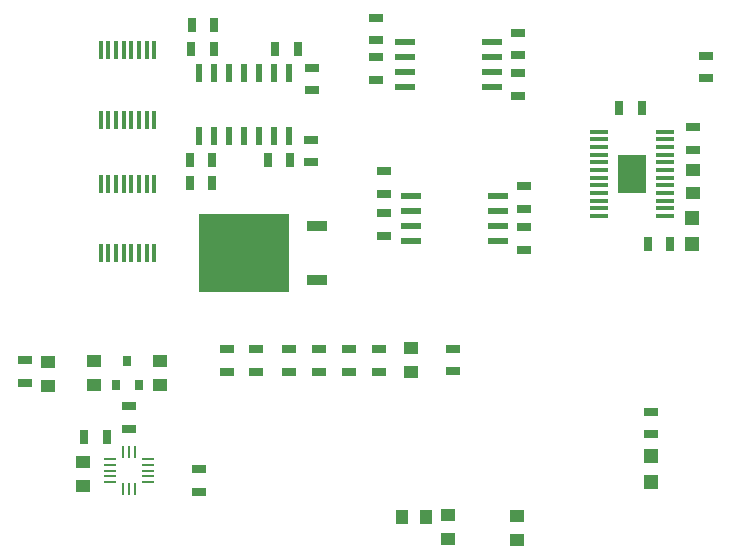
<source format=gbr>
G04 #@! TF.GenerationSoftware,KiCad,Pcbnew,5.0.0-fee4fd1~66~ubuntu16.04.1*
G04 #@! TF.CreationDate,2018-11-06T10:27:56-05:00*
G04 #@! TF.ProjectId,circuit,636972637569742E6B696361645F7063,rev?*
G04 #@! TF.SameCoordinates,Original*
G04 #@! TF.FileFunction,Paste,Top*
G04 #@! TF.FilePolarity,Positive*
%FSLAX46Y46*%
G04 Gerber Fmt 4.6, Leading zero omitted, Abs format (unit mm)*
G04 Created by KiCad (PCBNEW 5.0.0-fee4fd1~66~ubuntu16.04.1) date Tue Nov  6 10:27:56 2018*
%MOMM*%
%LPD*%
G01*
G04 APERTURE LIST*
%ADD10R,1.701800X0.939800*%
%ADD11R,7.721600X6.654800*%
%ADD12R,1.250000X1.000000*%
%ADD13R,1.000000X1.250000*%
%ADD14R,1.200000X1.200000*%
%ADD15R,1.300000X0.700000*%
%ADD16R,0.700000X1.300000*%
%ADD17R,0.600000X1.500000*%
%ADD18R,1.016000X0.254000*%
%ADD19R,0.254000X1.016000*%
%ADD20R,1.750000X0.550000*%
%ADD21R,0.450000X1.500000*%
%ADD22R,1.600000X0.300000*%
%ADD23R,2.400000X3.280001*%
%ADD24R,0.800000X0.900000*%
G04 APERTURE END LIST*
D10*
G04 #@! TO.C,U5*
X158000700Y-83276001D03*
X158000700Y-78775999D03*
D11*
X151892000Y-81026000D03*
G04 #@! TD*
D12*
G04 #@! TO.C,C1*
X135280400Y-92271600D03*
X135280400Y-90271600D03*
G04 #@! TD*
G04 #@! TO.C,C2*
X169151300Y-105241600D03*
X169151300Y-103241600D03*
G04 #@! TD*
G04 #@! TO.C,C3*
X174929800Y-105305100D03*
X174929800Y-103305100D03*
G04 #@! TD*
G04 #@! TO.C,C4*
X166014400Y-89093800D03*
X166014400Y-91093800D03*
G04 #@! TD*
G04 #@! TO.C,C5*
X189852300Y-75955400D03*
X189852300Y-73955400D03*
G04 #@! TD*
D13*
G04 #@! TO.C,C7*
X167243000Y-103378000D03*
X165243000Y-103378000D03*
G04 #@! TD*
D14*
G04 #@! TO.C,D1*
X189814200Y-78089400D03*
X189814200Y-80289400D03*
G04 #@! TD*
G04 #@! TO.C,D2*
X186296300Y-98188600D03*
X186296300Y-100388600D03*
G04 #@! TD*
D15*
G04 #@! TO.C,R1*
X152895300Y-91094600D03*
X152895300Y-89194600D03*
G04 #@! TD*
G04 #@! TO.C,R2*
X150418800Y-91094600D03*
X150418800Y-89194600D03*
G04 #@! TD*
G04 #@! TO.C,R3*
X133324600Y-92019200D03*
X133324600Y-90119200D03*
G04 #@! TD*
D16*
G04 #@! TO.C,R4*
X149159000Y-73152000D03*
X147259000Y-73152000D03*
G04 #@! TD*
G04 #@! TO.C,R5*
X155763000Y-73152000D03*
X153863000Y-73152000D03*
G04 #@! TD*
D15*
G04 #@! TO.C,R6*
X175098235Y-64273395D03*
X175098235Y-62373395D03*
G04 #@! TD*
D16*
G04 #@! TO.C,R7*
X147259000Y-75057000D03*
X149159000Y-75057000D03*
G04 #@! TD*
D15*
G04 #@! TO.C,R8*
X175583587Y-75364614D03*
X175583587Y-77264614D03*
G04 #@! TD*
G04 #@! TO.C,R9*
X157543500Y-71440000D03*
X157543500Y-73340000D03*
G04 #@! TD*
G04 #@! TO.C,R10*
X175098235Y-65802395D03*
X175098235Y-67702395D03*
G04 #@! TD*
G04 #@! TO.C,R11*
X175583587Y-78857114D03*
X175583587Y-80757114D03*
G04 #@! TD*
G04 #@! TO.C,R12*
X163245800Y-91094600D03*
X163245800Y-89194600D03*
G04 #@! TD*
G04 #@! TO.C,R13*
X158165800Y-89194600D03*
X158165800Y-91094600D03*
G04 #@! TD*
D16*
G04 #@! TO.C,R14*
X186055000Y-80238600D03*
X187955000Y-80238600D03*
G04 #@! TD*
D15*
G04 #@! TO.C,R15*
X186296300Y-96365100D03*
X186296300Y-94465100D03*
G04 #@! TD*
D16*
G04 #@! TO.C,R16*
X149286000Y-63754000D03*
X147386000Y-63754000D03*
G04 #@! TD*
G04 #@! TO.C,R17*
X156398000Y-63754000D03*
X154498000Y-63754000D03*
G04 #@! TD*
D15*
G04 #@! TO.C,R18*
X163709087Y-74094614D03*
X163709087Y-75994614D03*
G04 #@! TD*
D16*
G04 #@! TO.C,R19*
X147447000Y-61722000D03*
X149347000Y-61722000D03*
G04 #@! TD*
D15*
G04 #@! TO.C,R20*
X163033235Y-62992000D03*
X163033235Y-61092000D03*
G04 #@! TD*
G04 #@! TO.C,R21*
X157607000Y-65344000D03*
X157607000Y-67244000D03*
G04 #@! TD*
G04 #@! TO.C,R22*
X163709087Y-79550614D03*
X163709087Y-77650614D03*
G04 #@! TD*
G04 #@! TO.C,R23*
X163033235Y-66368895D03*
X163033235Y-64468895D03*
G04 #@! TD*
G04 #@! TO.C,R24*
X155625800Y-91094600D03*
X155625800Y-89194600D03*
G04 #@! TD*
G04 #@! TO.C,R25*
X160705800Y-91094600D03*
X160705800Y-89194600D03*
G04 #@! TD*
D16*
G04 #@! TO.C,R26*
X183631800Y-68732400D03*
X185531800Y-68732400D03*
G04 #@! TD*
D15*
G04 #@! TO.C,R27*
X148005800Y-101254600D03*
X148005800Y-99354600D03*
G04 #@! TD*
G04 #@! TO.C,R28*
X169519600Y-89143800D03*
X169519600Y-91043800D03*
G04 #@! TD*
D17*
G04 #@! TO.C,U1*
X148082000Y-65753000D03*
X149352000Y-65753000D03*
X150622000Y-65753000D03*
X151892000Y-65753000D03*
X153162000Y-65753000D03*
X154432000Y-65753000D03*
X155702000Y-65753000D03*
X155702000Y-71153000D03*
X154432000Y-71153000D03*
X153162000Y-71153000D03*
X151892000Y-71153000D03*
X150622000Y-71153000D03*
X149352000Y-71153000D03*
X148082000Y-71153000D03*
G04 #@! TD*
D18*
G04 #@! TO.C,U2*
X143713200Y-100441001D03*
X143713200Y-99940999D03*
X143713200Y-99441000D03*
X143713200Y-98941001D03*
X143713200Y-98440999D03*
D19*
X142612999Y-97840800D03*
X142113000Y-97840800D03*
X141613001Y-97840800D03*
D18*
X140512800Y-98440999D03*
X140512800Y-98941001D03*
X140512800Y-99441000D03*
X140512800Y-99940999D03*
X140512800Y-100441001D03*
D19*
X141613001Y-101041200D03*
X142113000Y-101041200D03*
X142612999Y-101041200D03*
G04 #@! TD*
D20*
G04 #@! TO.C,U3*
X172892735Y-66942895D03*
X172892735Y-65672895D03*
X172892735Y-64402895D03*
X172892735Y-63132895D03*
X165492735Y-63132895D03*
X165492735Y-64402895D03*
X165492735Y-65672895D03*
X165492735Y-66942895D03*
G04 #@! TD*
G04 #@! TO.C,U4*
X165978087Y-79997614D03*
X165978087Y-78727614D03*
X165978087Y-77457614D03*
X165978087Y-76187614D03*
X173378087Y-76187614D03*
X173378087Y-77457614D03*
X173378087Y-78727614D03*
X173378087Y-79997614D03*
G04 #@! TD*
D21*
G04 #@! TO.C,U7*
X139711000Y-75155000D03*
X140361000Y-75155000D03*
X141011000Y-75155000D03*
X141661000Y-75155000D03*
X142311000Y-75155000D03*
X142961000Y-75155000D03*
X143611000Y-75155000D03*
X144261000Y-75155000D03*
X144261000Y-81055000D03*
X143611000Y-81055000D03*
X142961000Y-81055000D03*
X142311000Y-81055000D03*
X141661000Y-81055000D03*
X141011000Y-81055000D03*
X140361000Y-81055000D03*
X139711000Y-81055000D03*
G04 #@! TD*
G04 #@! TO.C,U8*
X139711000Y-69752000D03*
X140361000Y-69752000D03*
X141011000Y-69752000D03*
X141661000Y-69752000D03*
X142311000Y-69752000D03*
X142961000Y-69752000D03*
X143611000Y-69752000D03*
X144261000Y-69752000D03*
X144261000Y-63852000D03*
X143611000Y-63852000D03*
X142961000Y-63852000D03*
X142311000Y-63852000D03*
X141661000Y-63852000D03*
X141011000Y-63852000D03*
X140361000Y-63852000D03*
X139711000Y-63852000D03*
G04 #@! TD*
D22*
G04 #@! TO.C,U9*
X181908801Y-70745401D03*
X181908801Y-71395400D03*
X181908801Y-72045398D03*
X181908801Y-72695399D03*
X181908801Y-73345398D03*
X181908801Y-73995399D03*
X181908801Y-74645398D03*
X181908801Y-75295399D03*
X181908801Y-75945398D03*
X181908801Y-76595399D03*
X181908801Y-77245398D03*
X181908801Y-77895399D03*
X187508799Y-77895399D03*
X187508799Y-77245400D03*
X187508799Y-76595399D03*
X187508799Y-75945401D03*
X187508799Y-75295399D03*
X187508799Y-74645401D03*
X187508799Y-73995402D03*
X187508799Y-73345401D03*
X187508799Y-72695402D03*
X187508799Y-72045401D03*
X187508799Y-71395402D03*
X187508799Y-70745401D03*
D23*
X184708800Y-74320400D03*
G04 #@! TD*
D24*
G04 #@! TO.C,U6*
X141986000Y-90186000D03*
X142936000Y-92186000D03*
X141036000Y-92186000D03*
G04 #@! TD*
D12*
G04 #@! TO.C,C8*
X138201400Y-100720400D03*
X138201400Y-98720400D03*
G04 #@! TD*
D15*
G04 #@! TO.C,R29*
X142113000Y-93995200D03*
X142113000Y-95895200D03*
G04 #@! TD*
D16*
G04 #@! TO.C,R30*
X138318200Y-96570800D03*
X140218200Y-96570800D03*
G04 #@! TD*
D15*
G04 #@! TO.C,C6*
X189852300Y-70385900D03*
X189852300Y-72285900D03*
G04 #@! TD*
D12*
G04 #@! TO.C,C9*
X144780000Y-90170000D03*
X144780000Y-92170000D03*
G04 #@! TD*
G04 #@! TO.C,C10*
X139192000Y-92170000D03*
X139192000Y-90170000D03*
G04 #@! TD*
D15*
G04 #@! TO.C,F1*
X191008000Y-66228000D03*
X191008000Y-64328000D03*
G04 #@! TD*
M02*

</source>
